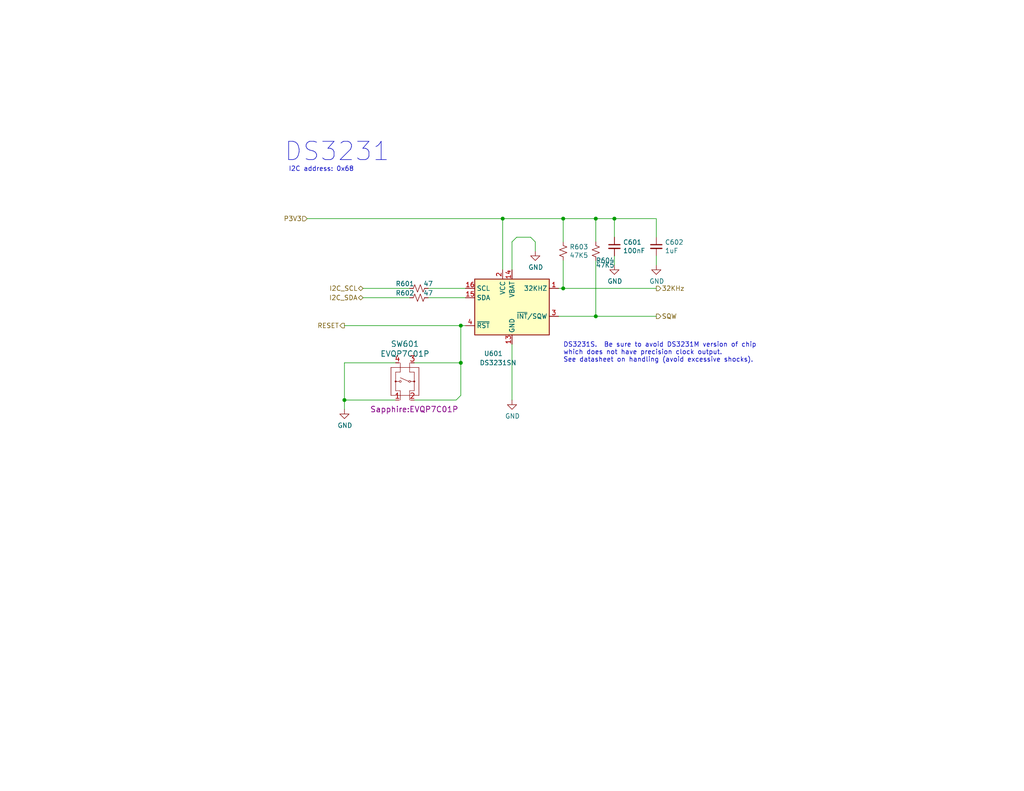
<source format=kicad_sch>
(kicad_sch (version 20211123) (generator eeschema)
  (paper "USLetter")
  (title_block (title "Sapphire Mini M2") (date "2022-09-26") (rev "1") (company "Southern Methodist Univ") (comment 1 "Chris Hayward"))
  (lib_symbols
    (symbol "Device:C_Small" (pin_numbers hide) (pin_names (offset 0.254) hide)
      (property "Reference" "C" (at 0.254 1.778 0))
      (property "Value" "C_Small" (at 0.254 -2.032 0))
      (symbol "C_Small_0_1"
        (polyline (pts (xy -1.524 -0.508) (xy 1.524 -0.508)) (stroke (width 0.3302)))
        (polyline (pts (xy -1.524 0.508) (xy 1.524 0.508)) (stroke (width 0.3048)))
      )
      (symbol "C_Small_1_1"
        (pin passive line (at 0 2.54 270) (length 2.032) (name "~") (number "1"))
        (pin passive line (at 0 -2.54 90) (length 2.032) (name "~") (number "2"))
      )
    )
    (symbol "Device:R_Small_US" (pin_numbers hide) (pin_names (offset 0.254) hide)
      (property "Reference" "R" (at 0.762 0.508 0))
      (property "Value" "R_Small_US" (at 0.762 -1.016 0))
      (symbol "R_Small_US_1_1"
        (polyline (pts (xy 0 0) (xy 1.016 -0.381) (xy 0 -0.762) (xy -1.016 -1.143) (xy 0 -1.524)))
        (polyline (pts (xy 0 1.524) (xy 1.016 1.143) (xy 0 0.762) (xy -1.016 0.381) (xy 0 0)))
        (pin passive line (at 0 2.54 270) (length 1.016) (name "~") (number "1"))
        (pin passive line (at 0 -2.54 90) (length 1.016) (name "~") (number "2"))
      )
    )
    (symbol "EVQP7C01P:EVQP7C01P" (pin_names (offset 0.254) hide)
      (property "Reference" "SW" (at 10.16 6.35 0))
      (property "Value" "EVQP7C01P" (at 15.24 3.81 0))
      (symbol "EVQP7C01P_1_1"
        (polyline (pts (xy 22.86 -2.54) (xy 22.86 5.08)))
        (polyline (pts (xy 22.86 -2.54) (xy 30.48 -2.54)) (stroke (width 0.127)))
        (polyline (pts (xy 24.13 -1.27) (xy 24.13 3.81)) (stroke (width 0.127)))
        (polyline (pts (xy 24.13 1.27) (xy 25.146 1.27)) (stroke (width 0.127)))
        (polyline (pts (xy 24.13 3.81) (xy 25.4 3.81)) (stroke (width 0.127)))
        (polyline (pts (xy 25.4 -3.81) (xy 25.4 -1.27)) (stroke (width 0.127)))
        (polyline (pts (xy 25.4 -1.27) (xy 24.13 -1.27)) (stroke (width 0.127)))
        (polyline (pts (xy 25.4 2.286) (xy 27.686 1.27)) (stroke (width 0.127)))
        (polyline (pts (xy 25.4 3.81) (xy 25.4 6.35)) (stroke (width 0.127)))
        (polyline (pts (xy 27.94 -1.27) (xy 27.94 -3.81)) (stroke (width 0.127)))
        (polyline (pts (xy 27.94 3.81) (xy 29.21 3.81)) (stroke (width 0.127)))
        (polyline (pts (xy 27.94 6.35) (xy 27.94 3.81)) (stroke (width 0.127)))
        (polyline (pts (xy 28.194 1.27) (xy 29.21 1.27)) (stroke (width 0.127)))
        (polyline (pts (xy 29.21 -1.27) (xy 27.94 -1.27)) (stroke (width 0.127)))
        (polyline (pts (xy 29.21 3.81) (xy 29.21 -1.27)) (stroke (width 0.127)))
        (polyline (pts (xy 30.48 -2.54) (xy 30.48 5.08)))
        (polyline (pts (xy 30.48 5.08) (xy 22.86 5.08)) (stroke (width 0.127)))
        (circle (center 24.13 1.27) (radius 0.127) (stroke (width 0.254)))
        (arc (start 24.257 1.27) (mid 24.003 1.27) (end 24.257 1.27) (stroke (width 0.254)))
        (circle (center 25.4 1.27) (radius 0.254) (stroke (width 0.127)))
        (arc (start 25.654 1.27) (mid 25.146 1.27) (end 25.654 1.27) (stroke (width 0.127)))
        (circle (center 27.94 1.27) (radius 0.254) (stroke (width 0.127)))
        (arc (start 28.194 1.27) (mid 27.686 1.27) (end 28.194 1.27) (stroke (width 0.127)))
        (circle (center 29.21 1.27) (radius 0.127) (stroke (width 0.254)))
        (arc (start 29.337 1.27) (mid 29.083 1.27) (end 29.337 1.27) (stroke (width 0.254)))
        (pin passive line (at 24.13 -3.81 0) (length 0.9906) (name "1") (number "1"))
        (pin passive line (at 29.21 -3.81 180) (length 0.9906) (name "2") (number "2"))
        (pin passive line (at 29.21 6.35 180) (length 0.9906) (name "3") (number "3"))
        (pin passive line (at 24.13 6.35 0) (length 0.9906) (name "4") (number "4"))
      )
    )
    (symbol "power:GND" (power) (pin_names (offset 0))
      (property "Value" "GND" (at 0 -3.81 0))
      (symbol "GND_0_1"
        (polyline (pts (xy 0 0) (xy 0 -1.27) (xy 1.27 -1.27) (xy 0 -2.54) (xy -1.27 -1.27) (xy 0 -1.27)))
      )
      (symbol "GND_1_1"
        (pin power_in line (at 0 0 270) (length 0) hide (name "GND") (number "1"))
      )
    )
    (symbol "sapphireMini:DS3231S"
      (property "Reference" "U" (at -7.62 8.89 0))
      (property "Value" "DS3231S" (at 10.16 8.89 0))
      (symbol "DS3231S_0_1"
        (rectangle (start -10.16 7.62) (end 10.16 -7.62) (stroke (width 0.254)) (fill (type background)))
      )
      (symbol "DS3231S_1_1"
        (pin open_collector line (at 12.7 5.08 180) (length 2.54) (name "32KHZ") (number "1"))
        (pin passive line (at 0 -10.16 90) (length 2.54) hide (name "GND") (number "10"))
        (pin passive line (at 0 -10.16 90) (length 2.54) hide (name "GND") (number "11"))
        (pin passive line (at 0 -10.16 90) (length 2.54) hide (name "GND") (number "12"))
        (pin power_in line (at 0 -10.16 90) (length 2.54) (name "GND") (number "13"))
        (pin power_in line (at 0 10.16 270) (length 2.54) (name "VBAT") (number "14"))
        (pin bidirectional line (at -12.7 2.54 0) (length 2.54) (name "SDA") (number "15"))
        (pin input line (at -12.7 5.08 0) (length 2.54) (name "SCL") (number "16"))
        (pin power_in line (at -2.54 10.16 270) (length 2.54) (name "VCC") (number "2"))
        (pin open_collector line (at 12.7 -2.54 180) (length 2.54) (name "~{INT}/SQW") (number "3"))
        (pin bidirectional line (at -12.7 -5.08 0) (length 2.54) (name "~{RST}") (number "4"))
        (pin passive line (at 0 -10.16 90) (length 2.54) hide (name "GND") (number "5"))
        (pin passive line (at 0 -10.16 90) (length 2.54) hide (name "GND") (number "6"))
        (pin passive line (at 0 -10.16 90) (length 2.54) hide (name "GND") (number "7"))
        (pin passive line (at 0 -10.16 90) (length 2.54) hide (name "GND") (number "8"))
        (pin passive line (at 0 -10.16 90) (length 2.54) hide (name "GND") (number "9"))
      )
    )
  )
  (junction (at 137.16 59.69))
  (junction (at 93.98 109.22))
  (junction (at 153.67 59.69))
  (junction (at 167.64 59.69))
  (junction (at 125.73 88.9))
  (junction (at 162.56 86.36))
  (junction (at 153.67 78.74))
  (junction (at 162.56 59.69))
  (junction (at 125.73 99.06))
  (wire (pts (xy 152.4 78.74) (xy 153.67 78.74)))
  (wire (pts (xy 162.56 59.69) (xy 167.64 59.69)))
  (wire (pts (xy 116.84 78.74) (xy 127 78.74)))
  (wire (pts (xy 139.7 73.66) (xy 139.7 66.04)))
  (wire (pts (xy 167.64 59.69) (xy 179.07 59.69)))
  (wire (pts (xy 137.16 59.69) (xy 153.67 59.69)))
  (wire (pts (xy 99.06 81.28) (xy 111.76 81.28)))
  (wire (pts (xy 93.98 111.76) (xy 93.98 109.22)))
  (wire (pts (xy 153.67 66.04) (xy 153.67 59.69)))
  (wire (pts (xy 93.98 99.06) (xy 93.98 109.22)))
  (wire (pts (xy 162.56 66.04) (xy 162.56 59.69)))
  (wire (pts (xy 125.73 99.06) (xy 125.73 107.95)))
  (wire (pts (xy 137.16 73.66) (xy 137.16 59.69)))
  (wire (pts (xy 93.98 99.06) (xy 107.95 99.06)))
  (wire (pts (xy 99.06 78.74) (xy 111.76 78.74)))
  (wire (pts (xy 124.46 109.22) (xy 113.03 109.22)))
  (wire (pts (xy 153.67 78.74) (xy 153.67 71.12)))
  (wire (pts (xy 125.73 88.9) (xy 125.73 99.06)))
  (wire (pts (xy 107.95 109.22) (xy 93.98 109.22)))
  (wire (pts (xy 93.98 88.9) (xy 125.73 88.9)))
  (wire (pts (xy 167.64 64.77) (xy 167.64 59.69)))
  (wire (pts (xy 140.97 64.77) (xy 144.78 64.77)))
  (wire (pts (xy 167.64 72.39) (xy 167.64 69.85)))
  (wire (pts (xy 113.03 99.06) (xy 125.73 99.06)))
  (wire (pts (xy 139.7 109.22) (xy 139.7 93.98)))
  (wire (pts (xy 162.56 71.12) (xy 162.56 86.36)))
  (wire (pts (xy 162.56 86.36) (xy 179.07 86.36)))
  (wire (pts (xy 125.73 88.9) (xy 127 88.9)))
  (wire (pts (xy 153.67 78.74) (xy 179.07 78.74)))
  (wire (pts (xy 144.78 64.77) (xy 146.05 66.04)))
  (wire (pts (xy 116.84 81.28) (xy 127 81.28)))
  (wire (pts (xy 125.73 107.95) (xy 124.46 109.22)))
  (wire (pts (xy 146.05 66.04) (xy 146.05 68.58)))
  (wire (pts (xy 153.67 59.69) (xy 162.56 59.69)))
  (wire (pts (xy 139.7 66.04) (xy 140.97 64.77)))
  (wire (pts (xy 179.07 59.69) (xy 179.07 64.77)))
  (wire (pts (xy 83.82 59.69) (xy 137.16 59.69)))
  (wire (pts (xy 152.4 86.36) (xy 162.56 86.36)))
  (wire (pts (xy 179.07 69.85) (xy 179.07 72.39)))
  (text "DS3231" (at 77.47 44.45 0) (effects (font (size 5 5)) (justify left bottom)))
  (text "DS3231S.  Be sure to avoid DS3231M version of chip \nwhich does not have precision clock output.\nSee datasheet on handling (avoid excessive shocks).\n" (at 153.67 99.06 0) (effects (font (size 1.27 1.27)) (justify left bottom)))
  (text "I2C address: 0x68" (at 78.74 46.99 0) (effects (font (size 1.27 1.27)) (justify left bottom)))
  (hierarchical_label "I2C_SDA" (shape bidirectional) (at 99.06 81.28 180))
  (hierarchical_label "32KHz" (shape output) (at 179.07 78.74 0))
  (hierarchical_label "P3V3" (shape input) (at 83.82 59.69 180))
  (hierarchical_label "SQW" (shape output) (at 179.07 86.36 0))
  (hierarchical_label "RESET" (shape output) (at 93.98 88.9 180))
  (hierarchical_label "I2C_SCL" (shape bidirectional) (at 99.06 78.74 180))
  (symbol (lib_id "sapphireMini:DS3231S") (at 139.7 83.82 0) (unit 1)
    (property "Reference" "U601" (at 134.62 96.52 0))
    (property "Value" "DS3231SN" (at 135.89 99.06 0))
    (property "Footprint" "Package_SO:SOIC-16W_7.5x10.3mm_P1.27mm" (effects hide))
    (property "Datasheet" "http://datasheets.maximintegrated.com/en/ds/DS3231.pdf" (effects hide))
    (property "MPN" "DS3231SN#T&R" (effects hide))
    (property "Manufacturer" "Maxim" (effects hide))
    (property "Populate" "1" (effects hide))
    (property "MacroFab_PN" "DS3231SN#" (effects hide))
    (property "Digi-Key_PN" "DS3231SN#T&RCT-ND" (effects hide))
    (property "Distributor" "Digikey" (effects hide))
    (property "DPN" "DS3231SN#T&RCT-ND" (effects hide))
    (property "Description" "Real Time Clock (RTC) IC Clock/Calendar - I²C, 2-Wire Serial 16-SOIC (0.295\", 7.50mm Width)" (effects hide))
    (property "OnHand" "110" (effects hide))
    (property "Status" "Tubes" (effects hide))
  )
  (symbol (lib_id "Device:C_Small") (at 179.07 67.31 0) (unit 1)
    (property "Reference" "C602" (at 181.4068 66.1416 0) (effects (justify left)))
    (property "Value" "1uF" (at 181.4068 68.453 0) (effects (justify left)))
    (property "Footprint" "Capacitor_SMD:C_0805_2012Metric" (effects hide))
    (property "DigiKey Price" "0.06" (effects hide))
    (property "MPN" "CL21B105KOFNNNG" (effects hide))
    (property "Manufacturer" "Samsung" (effects hide))
    (property "Tolerance" "10%" (effects hide))
    (property "Type" " " (effects hide))
    (property "Voltage" "16" (effects hide))
    (property "Populate" "1" (effects hide))
    (property "MacroFab_PN" "MF-CAP-0805-1uF" (effects hide))
    (property "Digi-Key_PN" "1276-6471-1-ND " (effects hide))
    (property "Distributor" "Digikey" (effects hide))
    (property "DPN" "1276-6471-1-ND " (effects hide))
    (property "Description" "1 µF ±10% 16V Ceramic Capacitor X7R 0805 (2012 Metric)" (effects hide))
  )
  (symbol (lib_id "power:GND") (at 179.07 72.39 0) (unit 1)
    (property "Reference" "#PWR0605" (effects hide))
    (property "Value" "GND" (at 179.197 76.7842 0))
  )
  (symbol (lib_id "Device:R_Small_US") (at 153.67 68.58 0) (unit 1)
    (property "Reference" "R603" (at 155.3972 67.4116 0) (effects (justify left)))
    (property "Value" "47K5" (at 155.3972 69.723 0) (effects (justify left)))
    (property "Footprint" "Resistor_SMD:R_0603_1608Metric" (effects hide))
    (property "DigiKey Price" "0.10" (effects hide))
    (property "Manufacturer" "Vishay" (effects hide))
    (property "MPN" "CRCW060347K5FKEAC" (effects hide))
    (property "Tolerance" "1%" (effects hide))
    (property "Populate" "1" (effects hide))
    (property "MacroFab_PN" "CRCW060347K5FKEAC" (effects hide))
    (property "Digi-Key_PN" "541-4050-1-ND" (effects hide))
    (property "Distributor" "Digikey" (effects hide))
    (property "DPN" "541-4050-1-ND" (effects hide))
    (property "Description" "47.5 kOhms ±1% 0.1W, 1/10W Chip Resistor 0603" (effects hide))
  )
  (symbol (lib_id "power:GND") (at 93.98 111.76 0) (unit 1)
    (property "Reference" "#PWR0601" (effects hide))
    (property "Value" "GND" (at 94.107 116.1542 0))
  )
  (symbol (lib_id "power:GND") (at 146.05 68.58 0) (unit 1)
    (property "Reference" "#PWR0603" (effects hide))
    (property "Value" "GND" (at 146.177 72.9742 0))
  )
  (symbol (lib_id "power:GND") (at 139.7 109.22 0) (unit 1)
    (property "Reference" "#PWR0602" (effects hide))
    (property "Value" "GND" (at 139.827 113.6142 0))
  )
  (symbol (lib_id "Device:C_Small") (at 167.64 67.31 0) (unit 1)
    (property "Reference" "C601" (at 169.9768 66.1416 0) (effects (justify left)))
    (property "Value" "100nF" (at 169.9768 68.453 0) (effects (justify left)))
    (property "Footprint" "Capacitor_SMD:C_0603_1608Metric" (effects hide))
    (property "DigiKey Price" "0.10" (effects hide))
    (property "MPN" "CL05A104KA5NNNC" (effects hide))
    (property "Manufacturer" "Samsung" (effects hide))
    (property "Tolerance" "10%" (effects hide))
    (property "Voltage" "25" (effects hide))
    (property "Voltage Rating (DC)" "25 volt" (effects hide))
    (property "Populate" "1" (effects hide))
    (property "MacroFab_PN" "MF-CAP-0603-0.1uF" (effects hide))
    (property "Digi-Key_PN" "1276-1006-1-ND " (effects hide))
    (property "Distributor" "Digikey" (effects hide))
    (property "DPN" "1276-1006-1-ND " (effects hide))
    (property "Description" "0.1 µF ±10% 25V Ceramic Capacitor X5R 0402 (1005 Metric)" (effects hide))
  )
  (symbol (lib_id "power:GND") (at 167.64 72.39 0) (unit 1)
    (property "Reference" "#PWR0604" (effects hide))
    (property "Value" "GND" (at 167.767 76.7842 0))
  )
  (symbol (lib_id "Device:R_Small_US") (at 162.56 68.58 0) (unit 1)
    (property "Reference" "R604" (at 162.56 71.12 0) (effects (justify left)))
    (property "Value" "47K5" (at 162.56 72.39 0) (effects (justify left)))
    (property "Footprint" "Resistor_SMD:R_0603_1608Metric" (effects hide))
    (property "DigiKey Price" "0.10" (effects hide))
    (property "Manufacturer" "Vishay" (effects hide))
    (property "MPN" "CRCW060347K5FKEAC" (effects hide))
    (property "Tolerance" "1%" (effects hide))
    (property "Populate" "1" (effects hide))
    (property "MacroFab_PN" "CRCW060347K5FKEAC" (effects hide))
    (property "Digi-Key_PN" "541-4050-1-ND" (effects hide))
    (property "Distributor" "Digikey" (effects hide))
    (property "DPN" "541-4050-1-ND" (effects hide))
    (property "Description" "47.5 kOhms ±1% 0.1W, 1/10W Chip Resistor 0603" (effects hide))
  )
  (symbol (lib_id "EVQP7C01P:EVQP7C01P") (at 83.82 105.41 0) (unit 1)
    (property "Reference" "SW601" (at 110.49 93.9038 0) (effects (font (size 1.524 1.524))))
    (property "Value" "EVQP7C01P" (at 110.49 96.5962 0) (effects (font (size 1.524 1.524))))
    (property "Footprint" "Sapphire:EVQP7C01P" (at 113.03 111.76 0) (effects (font (size 1.524 1.524))))
    (property "Populate" "1" (effects hide))
    (property "Description" "Tactile Switch SPST-NO Side Actuated Surface Mount, Right Angle" (effects hide))
    (property "Digi-Key_PN" "P16765CT-ND" (effects hide))
    (property "MPN" "EVQ-P7C01P" (effects hide))
    (property "Distributor" "Digikey" (effects hide))
  )
  (symbol (lib_id "Device:R_Small_US") (at 114.3 81.28 270) (unit 1)
    (property "Reference" "R602" (at 110.49 80.01 90))
    (property "Value" "47" (at 116.84 80.01 90))
    (property "Footprint" "Resistor_SMD:R_0603_1608Metric" (effects hide))
    (property "DigiKey Price" "0.05" (effects hide))
    (property "MPN" "CRCW060347R0FKEAC" (effects hide))
    (property "Manufacturer" "Vishay" (effects hide))
    (property "Tolerance" "5%" (effects hide))
    (property "Populate" "1" (effects hide))
    (property "MacroFab_PN" "MF-RES-0603-47" (effects hide))
    (property "Digi-Key_PN" "541-5440-1-ND" (effects hide))
    (property "Distributor" "Digikey" (effects hide))
    (property "DPN" "541-5440-1-ND" (effects hide))
    (property "Description" "47 Ohms ±1% 0.1W, 1/10W Chip Resistor 0603" (effects hide))
  )
  (symbol (lib_id "Device:R_Small_US") (at 114.3 78.74 270) (unit 1)
    (property "Reference" "R601" (at 110.49 77.47 90))
    (property "Value" "47" (at 116.84 77.47 90))
    (property "Footprint" "Resistor_SMD:R_0603_1608Metric" (effects hide))
    (property "DigiKey Price" "0.05" (effects hide))
    (property "MPN" "CRCW060347R0FKEAC" (effects hide))
    (property "Manufacturer" "Vishay" (effects hide))
    (property "Tolerance" "5%" (effects hide))
    (property "Populate" "1" (effects hide))
    (property "MacroFab_PN" "MF-RES-0603-47" (effects hide))
    (property "Digi-Key_PN" "541-5440-1-ND" (effects hide))
    (property "Distributor" "Digikey" (effects hide))
    (property "DPN" "541-5440-1-ND" (effects hide))
    (property "Description" "47 Ohms ±1% 0.1W, 1/10W Chip Resistor 0603" (effects hide))
  )
)
</source>
